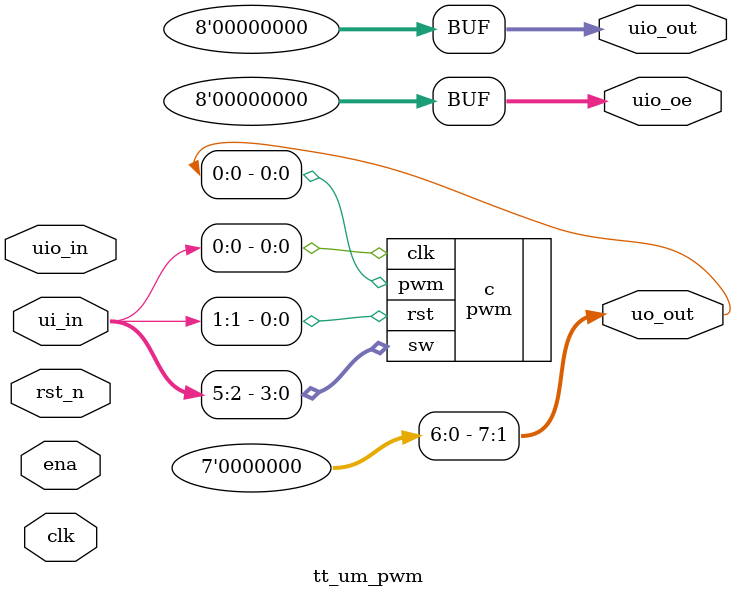
<source format=v>
/*
 * Copyright (c) 2024 Your Name
 * SPDX-License-Identifier: Apache-2.0
 */

`default_nettype none

module tt_um_pwm (
    input  wire [7:0] ui_in,    // Dedicated inputs
    output wire [7:0] uo_out,   // Dedicated outputs
    input  wire [7:0] uio_in,   // IOs: Input path
    output wire [7:0] uio_out,  // IOs: Output path
    output wire [7:0] uio_oe,   // IOs: Enable path (active high: 0=input, 1=output)
    input  wire       ena,      // always 1 when the design is powered, so you can ignore it
    input  wire       clk,      // clock
    input  wire       rst_n     // reset_n - low to reset
);

    pwm c (
        .clk(ui_in[0]),
        .rst(ui_in[1]),
        .sw(ui_in[5:2]),
        .pwm(uo_out[0])
    );
    
    
  // All output pins must be assigned. If not used, assign to 0.
    assign uo_out [7:1] = 7'b0000000;  // Example: ou_out is the sum of ui_in and uio_in
    assign uio_out [7:0] = 8'b00000000;
    assign uio_oe [7:0] = 8'b00000000;

  // List all unused inputs to prevent warnings
    wire _unused = &{ena, clk, rst_n, ui_in[7:6], uio_in[7:0] };

endmodule

</source>
